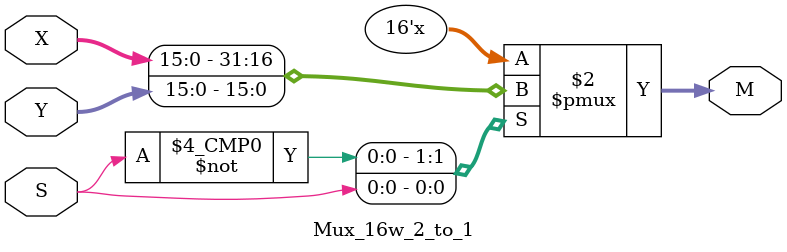
<source format=sv>

module Mux_16w_2_to_1( M, S, X, Y);
input S;    //mux selector
input [15:0] X, Y;  //mux inputs
output reg [15:0] M;   //output of mux

//mux logic
always_comb begin

case(S)

     1'b0: M = X;
	  
	  1'b1: M = Y;

endcase
end

endmodule

</source>
